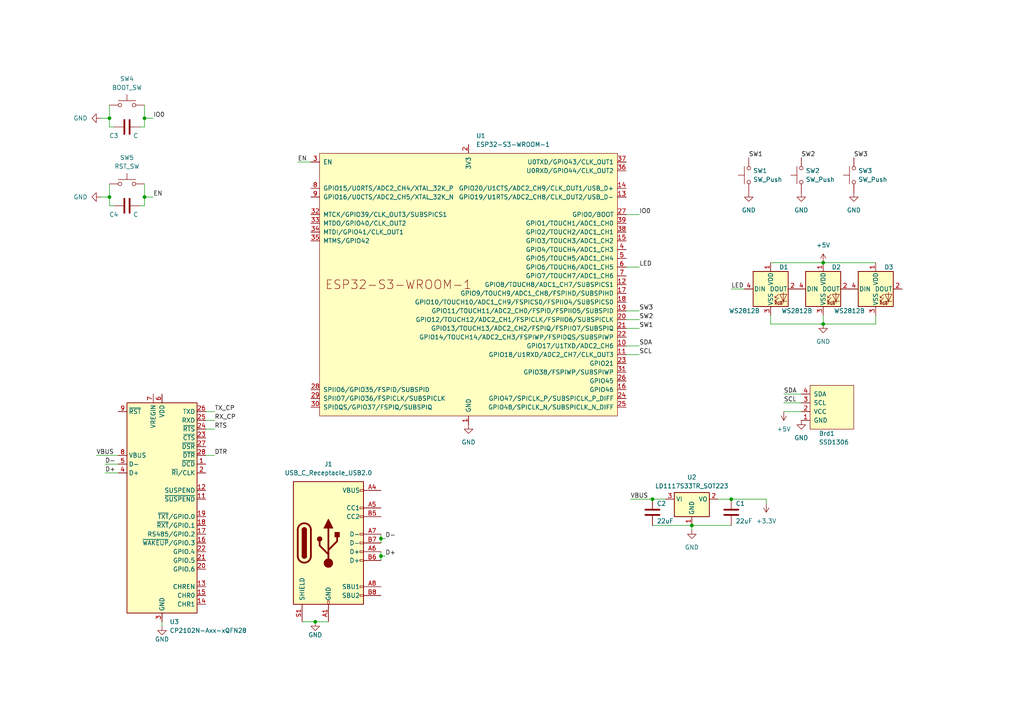
<source format=kicad_sch>
(kicad_sch (version 20230121) (generator eeschema)
  (paper "A4")
  (lib_symbols
    (symbol "Connector:USB_C_Receptacle_USB2.0" (pin_names (offset 1.016))
      (property "Reference" "J" (at -10.16 19.05 0))
      (property "Value" "USB_C_Receptacle_USB2.0" (at 19.05 19.05 0))
      (symbol "USB_C_Receptacle_USB2.0_0_0"
        (rectangle (start -0.254 -17.78) (end 0.254 -16.764))
        (rectangle (start 10.16 -14.986) (end 9.144 -15.494))
        (rectangle (start 10.16 -12.446) (end 9.144 -12.954))
        (rectangle (start 10.16 -4.826) (end 9.144 -5.334))
        (rectangle (start 10.16 -2.286) (end 9.144 -2.794))
        (rectangle (start 10.16 0.254) (end 9.144 -0.254))
        (rectangle (start 10.16 2.794) (end 9.144 2.286))
        (rectangle (start 10.16 7.874) (end 9.144 7.366))
        (rectangle (start 10.16 10.414) (end 9.144 9.906))
        (rectangle (start 10.16 15.494) (end 9.144 14.986))
      )
      (symbol "USB_C_Receptacle_USB2.0_0_1"
        (rectangle (start -10.16 17.78) (end 10.16 -17.78) (stroke (width 0.254)) (fill (type background)))
        (arc (start -8.89 -3.81) (mid -6.985 -5.7067) (end -5.08 -3.81) (stroke (width 0.508)))
        (arc (start -7.62 -3.81) (mid -6.985 -4.4423) (end -6.35 -3.81) (stroke (width 0.254)))
        (arc (start -7.62 -3.81) (mid -6.985 -4.4423) (end -6.35 -3.81) (stroke (width 0.254)) (fill (type outline)))
        (rectangle (start -7.62 -3.81) (end -6.35 3.81) (stroke (width 0.254)) (fill (type outline)))
        (arc (start -6.35 3.81) (mid -6.985 4.4423) (end -7.62 3.81) (stroke (width 0.254)))
        (arc (start -6.35 3.81) (mid -6.985 4.4423) (end -7.62 3.81) (stroke (width 0.254)) (fill (type outline)))
        (arc (start -5.08 3.81) (mid -6.985 5.7067) (end -8.89 3.81) (stroke (width 0.508)))
        (circle (center -2.54 1.143) (radius 0.635) (stroke (width 0.254)) (fill (type outline)))
        (circle (center 0 -5.842) (radius 1.27) (fill (type outline)))
        (polyline (pts (xy -8.89 -3.81) (xy -8.89 3.81)) (stroke (width 0.508)))
        (polyline (pts (xy -5.08 3.81) (xy -5.08 -3.81)) (stroke (width 0.508)))
        (polyline (pts (xy 0 -5.842) (xy 0 4.318)) (stroke (width 0.508)))
        (polyline (pts (xy 0 -3.302) (xy -2.54 -0.762) (xy -2.54 0.508)) (stroke (width 0.508)))
        (polyline (pts (xy 0 -2.032) (xy 2.54 0.508) (xy 2.54 1.778)) (stroke (width 0.508)))
        (polyline (pts (xy -1.27 4.318) (xy 0 6.858) (xy 1.27 4.318) (xy -1.27 4.318)) (stroke (width 0.254)) (fill (type outline)))
        (rectangle (start 1.905 1.778) (end 3.175 3.048) (stroke (width 0.254)) (fill (type outline)))
      )
      (symbol "USB_C_Receptacle_USB2.0_1_1"
        (pin passive line (at 0 -22.86 90) (length 5.08) (name "GND") (number "A1"))
        (pin passive line (at 0 -22.86 90) (length 5.08) hide (name "GND") (number "A12"))
        (pin passive line (at 15.24 15.24 180) (length 5.08) (name "VBUS") (number "A4"))
        (pin bidirectional line (at 15.24 10.16 180) (length 5.08) (name "CC1") (number "A5"))
        (pin bidirectional line (at 15.24 -2.54 180) (length 5.08) (name "D+") (number "A6"))
        (pin bidirectional line (at 15.24 2.54 180) (length 5.08) (name "D-") (number "A7"))
        (pin bidirectional line (at 15.24 -12.7 180) (length 5.08) (name "SBU1") (number "A8"))
        (pin passive line (at 15.24 15.24 180) (length 5.08) hide (name "VBUS") (number "A9"))
        (pin passive line (at 0 -22.86 90) (length 5.08) hide (name "GND") (number "B1"))
        (pin passive line (at 0 -22.86 90) (length 5.08) hide (name "GND") (number "B12"))
        (pin passive line (at 15.24 15.24 180) (length 5.08) hide (name "VBUS") (number "B4"))
        (pin bidirectional line (at 15.24 7.62 180) (length 5.08) (name "CC2") (number "B5"))
        (pin bidirectional line (at 15.24 -5.08 180) (length 5.08) (name "D+") (number "B6"))
        (pin bidirectional line (at 15.24 0 180) (length 5.08) (name "D-") (number "B7"))
        (pin bidirectional line (at 15.24 -15.24 180) (length 5.08) (name "SBU2") (number "B8"))
        (pin passive line (at 15.24 15.24 180) (length 5.08) hide (name "VBUS") (number "B9"))
        (pin passive line (at -7.62 -22.86 90) (length 5.08) (name "SHIELD") (number "S1"))
      )
    )
    (symbol "Device:C" (pin_numbers hide) (pin_names (offset 0.254))
      (property "Reference" "C" (at 0.635 2.54 0))
      (property "Value" "C" (at 0.635 -2.54 0))
      (symbol "C_0_1"
        (polyline (pts (xy -2.032 -0.762) (xy 2.032 -0.762)) (stroke (width 0.508)))
        (polyline (pts (xy -2.032 0.762) (xy 2.032 0.762)) (stroke (width 0.508)))
      )
      (symbol "C_1_1"
        (pin passive line (at 0 3.81 270) (length 2.794) (name "~") (number "1"))
        (pin passive line (at 0 -3.81 90) (length 2.794) (name "~") (number "2"))
      )
    )
    (symbol "Interface_USB:CP2102N-Axx-xQFN28"
      (property "Reference" "U" (at -8.89 31.75 0))
      (property "Value" "CP2102N-Axx-xQFN28" (at 12.7 31.75 0))
      (symbol "CP2102N-Axx-xQFN28_0_1"
        (rectangle (start -10.16 30.48) (end 10.16 -30.48) (stroke (width 0.254)) (fill (type background)))
      )
      (symbol "CP2102N-Axx-xQFN28_1_1"
        (pin input line (at 12.7 12.7 180) (length 2.54) (name "~{DCD}") (number "1"))
        (pin no_connect line (at -10.16 -27.94 0) (length 2.54) hide (name "NC") (number "10"))
        (pin output line (at 12.7 2.54 180) (length 2.54) (name "~{SUSPEND}") (number "11"))
        (pin output line (at 12.7 5.08 180) (length 2.54) (name "SUSPEND") (number "12"))
        (pin output line (at 12.7 -22.86 180) (length 2.54) (name "CHREN") (number "13"))
        (pin output line (at 12.7 -27.94 180) (length 2.54) (name "CHR1") (number "14"))
        (pin output line (at 12.7 -25.4 180) (length 2.54) (name "CHR0") (number "15"))
        (pin bidirectional line (at 12.7 -10.16 180) (length 2.54) (name "~{WAKEUP}/GPIO.3") (number "16"))
        (pin bidirectional line (at 12.7 -7.62 180) (length 2.54) (name "RS485/GPIO.2") (number "17"))
        (pin bidirectional line (at 12.7 -5.08 180) (length 2.54) (name "~{RXT}/GPIO.1") (number "18"))
        (pin bidirectional line (at 12.7 -2.54 180) (length 2.54) (name "~{TXT}/GPIO.0") (number "19"))
        (pin bidirectional line (at 12.7 10.16 180) (length 2.54) (name "~{RI}/CLK") (number "2"))
        (pin bidirectional line (at 12.7 -17.78 180) (length 2.54) (name "GPIO.6") (number "20"))
        (pin bidirectional line (at 12.7 -15.24 180) (length 2.54) (name "GPIO.5") (number "21"))
        (pin bidirectional line (at 12.7 -12.7 180) (length 2.54) (name "GPIO.4") (number "22"))
        (pin input line (at 12.7 20.32 180) (length 2.54) (name "~{CTS}") (number "23"))
        (pin output line (at 12.7 22.86 180) (length 2.54) (name "~{RTS}") (number "24"))
        (pin input line (at 12.7 25.4 180) (length 2.54) (name "RXD") (number "25"))
        (pin output line (at 12.7 27.94 180) (length 2.54) (name "TXD") (number "26"))
        (pin input line (at 12.7 17.78 180) (length 2.54) (name "~{DSR}") (number "27"))
        (pin output line (at 12.7 15.24 180) (length 2.54) (name "~{DTR}") (number "28"))
        (pin passive line (at 0 -33.02 90) (length 2.54) hide (name "GND") (number "29"))
        (pin power_in line (at 0 -33.02 90) (length 2.54) (name "GND") (number "3"))
        (pin bidirectional line (at -12.7 10.16 0) (length 2.54) (name "D+") (number "4"))
        (pin bidirectional line (at -12.7 12.7 0) (length 2.54) (name "D-") (number "5"))
        (pin power_in line (at 0 33.02 270) (length 2.54) (name "VDD") (number "6"))
        (pin power_in line (at -2.54 33.02 270) (length 2.54) (name "VREGIN") (number "7"))
        (pin input line (at -12.7 15.24 0) (length 2.54) (name "VBUS") (number "8"))
        (pin input line (at -12.7 27.94 0) (length 2.54) (name "~{RST}") (number "9"))
      )
    )
    (symbol "LED:WS2812B" (pin_names (offset 0.254))
      (property "Reference" "D" (at 5.08 5.715 0))
      (property "Value" "WS2812B" (at 1.27 -5.715 0))
      (symbol "WS2812B_0_0"
        (text "RGB" (at 2.286 -4.191 0) (effects (font (size 0.762 0.762))))
      )
      (symbol "WS2812B_0_1"
        (polyline (pts (xy 1.27 -3.556) (xy 1.778 -3.556)))
        (polyline (pts (xy 1.27 -2.54) (xy 1.778 -2.54)))
        (polyline (pts (xy 4.699 -3.556) (xy 2.667 -3.556)))
        (polyline (pts (xy 2.286 -2.54) (xy 1.27 -3.556) (xy 1.27 -3.048)))
        (polyline (pts (xy 2.286 -1.524) (xy 1.27 -2.54) (xy 1.27 -2.032)))
        (polyline (pts (xy 3.683 -1.016) (xy 3.683 -3.556) (xy 3.683 -4.064)))
        (polyline (pts (xy 4.699 -1.524) (xy 2.667 -1.524) (xy 3.683 -3.556) (xy 4.699 -1.524)))
        (rectangle (start 5.08 5.08) (end -5.08 -5.08) (stroke (width 0.254)) (fill (type background)))
      )
      (symbol "WS2812B_1_1"
        (pin power_in line (at 0 7.62 270) (length 2.54) (name "VDD") (number "1"))
        (pin output line (at 7.62 0 180) (length 2.54) (name "DOUT") (number "2"))
        (pin power_in line (at 0 -7.62 90) (length 2.54) (name "VSS") (number "3"))
        (pin input line (at -7.62 0 0) (length 2.54) (name "DIN") (number "4"))
      )
    )
    (symbol "PCM_Espressif:ESP32-S3-WROOM-1" (pin_names (offset 1.016))
      (property "Reference" "U" (at -43.18 43.18 0))
      (property "Value" "ESP32-S3-WROOM-1" (at -43.18 40.64 0))
      (symbol "ESP32-S3-WROOM-1_0_0"
        (text "ESP32-S3-WROOM-1" (at -20.32 0 0) (effects (font (size 2.54 2.54))))
        (pin power_in line (at 0 -40.64 90) (length 2.54) (name "GND") (number "1"))
        (pin bidirectional line (at 45.72 -17.78 180) (length 2.54) (name "GPIO17/U1TXD/ADC2_CH6") (number "10"))
        (pin bidirectional line (at 45.72 -20.32 180) (length 2.54) (name "GPIO18/U1RXD/ADC2_CH7/CLK_OUT3") (number "11"))
        (pin bidirectional line (at 45.72 0 180) (length 2.54) (name "GPIO8/TOUCH8/ADC1_CH7/SUBSPICS1") (number "12"))
        (pin bidirectional line (at 45.72 25.4 180) (length 2.54) (name "GPIO19/U1RTS/ADC2_CH8/CLK_OUT2/USB_D-") (number "13"))
        (pin bidirectional line (at 45.72 27.94 180) (length 2.54) (name "GPIO20/U1CTS/ADC2_CH9/CLK_OUT1/USB_D+") (number "14"))
        (pin bidirectional line (at 45.72 12.7 180) (length 2.54) (name "GPIO3/TOUCH3/ADC1_CH2") (number "15"))
        (pin bidirectional line (at 45.72 -30.48 180) (length 2.54) (name "GPIO46") (number "16"))
        (pin bidirectional line (at 45.72 -2.54 180) (length 2.54) (name "GPIO9/TOUCH9/ADC1_CH8/FSPIHD/SUBSPIHD") (number "17"))
        (pin bidirectional line (at 45.72 -5.08 180) (length 2.54) (name "GPIO10/TOUCH10/ADC1_CH9/FSPICS0/FSPIIO4/SUBSPICS0") (number "18"))
        (pin bidirectional line (at 45.72 -7.62 180) (length 2.54) (name "GPIO11/TOUCH11/ADC2_CH0/FSPID/FSPIIO5/SUBSPID") (number "19"))
        (pin power_in line (at 0 40.64 270) (length 2.54) (name "3V3") (number "2"))
        (pin bidirectional line (at 45.72 -10.16 180) (length 2.54) (name "GPIO12/TOUCH12/ADC2_CH1/FSPICLK/FSPIIO6/SUBSPICLK") (number "20"))
        (pin bidirectional line (at 45.72 -12.7 180) (length 2.54) (name "GPIO13/TOUCH13/ADC2_CH2/FSPIQ/FSPIIO7/SUBSPIQ") (number "21"))
        (pin bidirectional line (at 45.72 -15.24 180) (length 2.54) (name "GPIO14/TOUCH14/ADC2_CH3/FSPIWP/FSPIDQS/SUBSPIWP") (number "22"))
        (pin bidirectional line (at 45.72 -22.86 180) (length 2.54) (name "GPIO21") (number "23"))
        (pin bidirectional line (at 45.72 -33.02 180) (length 2.54) (name "GPIO47/SPICLK_P/SUBSPICLK_P_DIFF") (number "24"))
        (pin bidirectional line (at 45.72 -35.56 180) (length 2.54) (name "GPIO48/SPICLK_N/SUBSPICLK_N_DIFF") (number "25"))
        (pin bidirectional line (at 45.72 -27.94 180) (length 2.54) (name "GPIO45") (number "26"))
        (pin bidirectional line (at 45.72 20.32 180) (length 2.54) (name "GPIO0/BOOT") (number "27"))
        (pin bidirectional line (at -45.72 -30.48 0) (length 2.54) (name "SPIIO6/GPIO35/FSPID/SUBSPID") (number "28"))
        (pin bidirectional line (at -45.72 -33.02 0) (length 2.54) (name "SPIIO7/GPIO36/FSPICLK/SUBSPICLK") (number "29"))
        (pin input line (at -45.72 35.56 0) (length 2.54) (name "EN") (number "3"))
        (pin bidirectional line (at -45.72 -35.56 0) (length 2.54) (name "SPIDQS/GPIO37/FSPIQ/SUBSPIQ") (number "30"))
        (pin bidirectional line (at 45.72 -25.4 180) (length 2.54) (name "GPIO38/FSPIWP/SUBSPIWP") (number "31"))
        (pin bidirectional line (at -45.72 20.32 0) (length 2.54) (name "MTCK/GPIO39/CLK_OUT3/SUBSPICS1") (number "32"))
        (pin bidirectional line (at -45.72 17.78 0) (length 2.54) (name "MTDO/GPIO40/CLK_OUT2") (number "33"))
        (pin bidirectional line (at -45.72 15.24 0) (length 2.54) (name "MTDI/GPIO41/CLK_OUT1") (number "34"))
        (pin bidirectional line (at -45.72 12.7 0) (length 2.54) (name "MTMS/GPIO42") (number "35"))
        (pin bidirectional line (at 45.72 33.02 180) (length 2.54) (name "U0RXD/GPIO44/CLK_OUT2") (number "36"))
        (pin bidirectional line (at 45.72 35.56 180) (length 2.54) (name "U0TXD/GPIO43/CLK_OUT1") (number "37"))
        (pin bidirectional line (at 45.72 15.24 180) (length 2.54) (name "GPIO2/TOUCH2/ADC1_CH1") (number "38"))
        (pin bidirectional line (at 45.72 17.78 180) (length 2.54) (name "GPIO1/TOUCH1/ADC1_CH0") (number "39"))
        (pin bidirectional line (at 45.72 10.16 180) (length 2.54) (name "GPIO4/TOUCH4/ADC1_CH3") (number "4"))
        (pin passive line (at 0 -40.64 90) (length 2.54) hide (name "GND") (number "40"))
        (pin passive line (at 0 -40.64 90) (length 2.54) hide (name "GND") (number "41"))
        (pin bidirectional line (at 45.72 7.62 180) (length 2.54) (name "GPIO5/TOUCH5/ADC1_CH4") (number "5"))
        (pin bidirectional line (at 45.72 5.08 180) (length 2.54) (name "GPIO6/TOUCH6/ADC1_CH5") (number "6"))
        (pin bidirectional line (at 45.72 2.54 180) (length 2.54) (name "GPIO7/TOUCH7/ADC1_CH6") (number "7"))
        (pin bidirectional line (at -45.72 27.94 0) (length 2.54) (name "GPIO15/U0RTS/ADC2_CH4/XTAL_32K_P") (number "8"))
        (pin bidirectional line (at -45.72 25.4 0) (length 2.54) (name "GPIO16/U0CTS/ADC2_CH5/XTAL_32K_N") (number "9"))
      )
      (symbol "ESP32-S3-WROOM-1_0_1"
        (rectangle (start -43.18 38.1) (end 43.18 -38.1) (fill (type background)))
      )
    )
    (symbol "Regulator_Linear:LD1117S33TR_SOT223"
      (property "Reference" "U" (at -3.81 3.175 0))
      (property "Value" "LD1117S33TR_SOT223" (at 0 3.175 0))
      (symbol "LD1117S33TR_SOT223_0_1"
        (rectangle (start -5.08 -5.08) (end 5.08 1.905) (stroke (width 0.254)) (fill (type background)))
      )
      (symbol "LD1117S33TR_SOT223_1_1"
        (pin power_in line (at 0 -7.62 90) (length 2.54) (name "GND") (number "1"))
        (pin power_out line (at 7.62 0 180) (length 2.54) (name "VO") (number "2"))
        (pin power_in line (at -7.62 0 0) (length 2.54) (name "VI") (number "3"))
      )
    )
    (symbol "SSD1306-128x64_OLED:SSD1306" (pin_names (offset 1.016))
      (property "Reference" "Brd" (at 0 -3.81 0))
      (property "Value" "SSD1306" (at 0 -1.27 0))
      (symbol "SSD1306_0_1"
        (rectangle (start -6.35 6.35) (end 6.35 -6.35) (fill (type background)))
      )
      (symbol "SSD1306_1_1"
        (pin input line (at -3.81 8.89 270) (length 2.54) (name "GND") (number "1"))
        (pin input line (at -1.27 8.89 270) (length 2.54) (name "VCC") (number "2"))
        (pin input line (at 1.27 8.89 270) (length 2.54) (name "SCL") (number "3"))
        (pin input line (at 3.81 8.89 270) (length 2.54) (name "SDA") (number "4"))
      )
    )
    (symbol "Switch:SW_Push" (pin_numbers hide) (pin_names (offset 1.016) hide)
      (property "Reference" "SW" (at 1.27 2.54 0))
      (property "Value" "SW_Push" (at 0 -1.524 0))
      (symbol "SW_Push_0_1"
        (circle (center -2.032 0) (radius 0.508))
        (polyline (pts (xy 0 1.27) (xy 0 3.048)))
        (polyline (pts (xy 2.54 1.27) (xy -2.54 1.27)))
        (circle (center 2.032 0) (radius 0.508))
        (pin passive line (at -5.08 0 0) (length 2.54) (name "1") (number "1"))
        (pin passive line (at 5.08 0 180) (length 2.54) (name "2") (number "2"))
      )
    )
    (symbol "power:+3.3V" (power) (pin_names (offset 0))
      (property "Value" "+3.3V" (at 0 3.556 0))
      (symbol "+3.3V_0_1"
        (polyline (pts (xy -0.762 1.27) (xy 0 2.54)))
        (polyline (pts (xy 0 0) (xy 0 2.54)))
        (polyline (pts (xy 0 2.54) (xy 0.762 1.27)))
      )
      (symbol "+3.3V_1_1"
        (pin power_in line (at 0 0 90) (length 0) hide (name "+3.3V") (number "1"))
      )
    )
    (symbol "power:+5V" (power) (pin_names (offset 0))
      (property "Value" "+5V" (at 0 3.556 0))
      (symbol "+5V_0_1"
        (polyline (pts (xy -0.762 1.27) (xy 0 2.54)))
        (polyline (pts (xy 0 0) (xy 0 2.54)))
        (polyline (pts (xy 0 2.54) (xy 0.762 1.27)))
      )
      (symbol "+5V_1_1"
        (pin power_in line (at 0 0 90) (length 0) hide (name "+5V") (number "1"))
      )
    )
    (symbol "power:GND" (power) (pin_names (offset 0))
      (property "Value" "GND" (at 0 -3.81 0))
      (symbol "GND_0_1"
        (polyline (pts (xy 0 0) (xy 0 -1.27) (xy 1.27 -1.27) (xy 0 -2.54) (xy -1.27 -1.27) (xy 0 -1.27)))
      )
      (symbol "GND_1_1"
        (pin power_in line (at 0 0 270) (length 0) hide (name "GND") (number "1"))
      )
    )
  )
  (junction (at 238.76 93.98))
  (junction (at 31.75 57.15))
  (junction (at 200.66 152.4))
  (junction (at 110.49 161.29))
  (junction (at 212.09 144.78))
  (junction (at 91.44 180.34))
  (junction (at 31.75 34.29))
  (junction (at 41.91 34.29))
  (junction (at 41.91 57.15))
  (junction (at 110.49 156.21))
  (junction (at 238.76 76.2))
  (junction (at 189.23 144.78))
  (wire (pts (xy 30.48 134.62) (xy 34.29 134.62)))
  (wire (pts (xy 189.23 144.78) (xy 193.04 144.78)))
  (wire (pts (xy 238.76 76.2) (xy 254 76.2)))
  (wire (pts (xy 31.75 30.48) (xy 31.75 34.29)))
  (wire (pts (xy 31.75 59.69) (xy 33.02 59.69)))
  (wire (pts (xy 223.52 93.98) (xy 223.52 91.44)))
  (wire (pts (xy 189.23 152.4) (xy 200.66 152.4)))
  (wire (pts (xy 254 93.98) (xy 254 91.44)))
  (wire (pts (xy 110.49 154.94) (xy 110.49 156.21)))
  (wire (pts (xy 46.99 180.34) (xy 46.99 181.61)))
  (wire (pts (xy 223.52 93.98) (xy 238.76 93.98)))
  (wire (pts (xy 200.66 152.4) (xy 200.66 153.67)))
  (wire (pts (xy 110.49 156.21) (xy 110.49 157.48)))
  (wire (pts (xy 31.75 36.83) (xy 33.02 36.83)))
  (wire (pts (xy 212.09 144.78) (xy 222.25 144.78)))
  (wire (pts (xy 181.61 92.71) (xy 185.42 92.71)))
  (wire (pts (xy 86.36 46.99) (xy 90.17 46.99)))
  (wire (pts (xy 27.94 132.08) (xy 34.29 132.08)))
  (wire (pts (xy 41.91 34.29) (xy 41.91 36.83)))
  (wire (pts (xy 41.91 30.48) (xy 41.91 34.29)))
  (wire (pts (xy 110.49 161.29) (xy 111.76 161.29)))
  (wire (pts (xy 222.25 144.78) (xy 222.25 146.05)))
  (wire (pts (xy 227.33 119.38) (xy 232.41 119.38)))
  (wire (pts (xy 208.28 144.78) (xy 212.09 144.78)))
  (wire (pts (xy 110.49 156.21) (xy 111.76 156.21)))
  (wire (pts (xy 29.21 57.15) (xy 31.75 57.15)))
  (wire (pts (xy 200.66 152.4) (xy 212.09 152.4)))
  (wire (pts (xy 181.61 102.87) (xy 185.42 102.87)))
  (wire (pts (xy 41.91 34.29) (xy 44.45 34.29)))
  (wire (pts (xy 181.61 77.47) (xy 185.42 77.47)))
  (wire (pts (xy 182.88 144.78) (xy 189.23 144.78)))
  (wire (pts (xy 227.33 116.84) (xy 232.41 116.84)))
  (wire (pts (xy 238.76 93.98) (xy 238.76 91.44)))
  (wire (pts (xy 59.69 124.46) (xy 62.23 124.46)))
  (wire (pts (xy 87.63 180.34) (xy 91.44 180.34)))
  (wire (pts (xy 181.61 100.33) (xy 185.42 100.33)))
  (wire (pts (xy 181.61 95.25) (xy 185.42 95.25)))
  (wire (pts (xy 227.33 114.3) (xy 232.41 114.3)))
  (wire (pts (xy 41.91 53.34) (xy 41.91 57.15)))
  (wire (pts (xy 223.52 76.2) (xy 238.76 76.2)))
  (wire (pts (xy 31.75 53.34) (xy 31.75 57.15)))
  (wire (pts (xy 59.69 121.92) (xy 62.23 121.92)))
  (wire (pts (xy 181.61 62.23) (xy 185.42 62.23)))
  (wire (pts (xy 212.09 83.82) (xy 215.9 83.82)))
  (wire (pts (xy 238.76 93.98) (xy 254 93.98)))
  (wire (pts (xy 41.91 59.69) (xy 40.64 59.69)))
  (wire (pts (xy 29.21 34.29) (xy 31.75 34.29)))
  (wire (pts (xy 59.69 119.38) (xy 62.23 119.38)))
  (wire (pts (xy 30.48 137.16) (xy 34.29 137.16)))
  (wire (pts (xy 181.61 90.17) (xy 185.42 90.17)))
  (wire (pts (xy 41.91 36.83) (xy 40.64 36.83)))
  (wire (pts (xy 31.75 34.29) (xy 31.75 36.83)))
  (wire (pts (xy 41.91 57.15) (xy 44.45 57.15)))
  (wire (pts (xy 31.75 57.15) (xy 31.75 59.69)))
  (wire (pts (xy 110.49 161.29) (xy 110.49 162.56)))
  (wire (pts (xy 91.44 180.34) (xy 95.25 180.34)))
  (wire (pts (xy 41.91 57.15) (xy 41.91 59.69)))
  (wire (pts (xy 110.49 160.02) (xy 110.49 161.29)))
  (wire (pts (xy 59.69 132.08) (xy 62.23 132.08)))
  (label "SCL" (at 227.33 116.84 0))
  (label "SW2" (at 185.42 92.71 0))
  (label "RX_CP" (at 62.23 121.92 0))
  (label "EN" (at 86.36 46.99 0))
  (label "RTS" (at 62.23 124.46 0))
  (label "D+" (at 111.76 161.29 0))
  (label "SW2" (at 232.41 45.72 0))
  (label "VBUS" (at 27.94 132.08 0))
  (label "SW1" (at 217.17 45.72 0))
  (label "D-" (at 111.76 156.21 0))
  (label "SDA" (at 185.42 100.33 0))
  (label "SCL" (at 185.42 102.87 0))
  (label "IO0" (at 185.42 62.23 0))
  (label "DTR" (at 62.23 132.08 0))
  (label "EN" (at 44.45 57.15 0))
  (label "LED" (at 212.09 83.82 0))
  (label "IO0" (at 44.45 34.29 0))
  (label "SDA" (at 227.33 114.3 0))
  (label "D+" (at 30.48 137.16 0))
  (label "LED" (at 185.42 77.47 0))
  (label "TX_CP" (at 62.23 119.38 0))
  (label "SW3" (at 247.65 45.72 0))
  (label "VBUS" (at 182.88 144.78 0))
  (label "SW1" (at 185.42 95.25 0))
  (label "SW3" (at 185.42 90.17 0))
  (label "D-" (at 30.48 134.62 0))
  (symbol (lib_id "power:GND") (at 232.41 121.92 0) (unit 1)
    (property "Reference" "#PWR06" (effects hide))
    (property "Value" "GND" (at 232.41 127 0))
  )
  (symbol (lib_id "LED:WS2812B") (at 254 83.82 0) (unit 1)
    (property "Reference" "D3" (at 257.81 77.47 0))
    (property "Value" "WS2812B" (at 246.38 90.17 0))
    (property "Footprint" "LED_SMD:LED_WS2812B_PLCC4_5.0x5.0mm_P3.2mm" (effects hide))
    (property "Datasheet" "https://cdn-shop.adafruit.com/datasheets/WS2812B.pdf" (effects hide))
    (property "MPN" "C2843785" (effects hide))
    (property "Package" "SMD5050" (effects hide))
  )
  (symbol (lib_id "Switch:SW_Push") (at 36.83 30.48 0) (unit 1)
    (property "Reference" "SW4" (at 36.83 22.86 0))
    (property "Value" "BOOT_SW" (at 36.83 25.4 0))
  )
  (symbol (lib_id "power:GND") (at 91.44 180.34 0) (unit 1)
    (property "Reference" "#PWR09" (effects hide))
    (property "Value" "GND" (at 91.44 184.15 0))
  )
  (symbol (lib_id "Switch:SW_Push") (at 36.83 53.34 0) (unit 1)
    (property "Reference" "SW5" (at 36.83 45.72 0))
    (property "Value" "RST_SW" (at 36.83 48.26 0))
  )
  (symbol (lib_id "power:GND") (at 46.99 181.61 0) (unit 1)
    (property "Reference" "#PWR012" (effects hide))
    (property "Value" "GND" (at 46.99 185.42 0))
  )
  (symbol (lib_id "power:+3.3V") (at 222.25 146.05 180) (unit 1)
    (property "Reference" "#PWR011" (effects hide))
    (property "Value" "+3.3V" (at 222.25 151.13 0))
  )
  (symbol (lib_id "power:GND") (at 247.65 55.88 0) (unit 1)
    (property "Reference" "#PWR03" (effects hide))
    (property "Value" "GND" (at 247.65 60.96 0))
  )
  (symbol (lib_id "LED:WS2812B") (at 223.52 83.82 0) (unit 1)
    (property "Reference" "D1" (at 227.33 77.47 0))
    (property "Value" "WS2812B" (at 215.9 90.17 0))
    (property "Footprint" "LED_SMD:LED_WS2812B_PLCC4_5.0x5.0mm_P3.2mm" (effects hide))
    (property "Datasheet" "https://cdn-shop.adafruit.com/datasheets/WS2812B.pdf" (effects hide))
    (property "MPN" "C2843785" (effects hide))
    (property "Package" "SMD5050" (effects hide))
  )
  (symbol (lib_id "LED:WS2812B") (at 238.76 83.82 0) (unit 1)
    (property "Reference" "D2" (at 242.57 77.47 0))
    (property "Value" "WS2812B" (at 231.14 90.17 0))
    (property "Footprint" "LED_SMD:LED_WS2812B_PLCC4_5.0x5.0mm_P3.2mm" (effects hide))
    (property "Datasheet" "https://cdn-shop.adafruit.com/datasheets/WS2812B.pdf" (effects hide))
    (property "MPN" "C2843785" (effects hide))
    (property "Package" "SMD5050" (effects hide))
  )
  (symbol (lib_id "power:GND") (at 29.21 57.15 270) (unit 1)
    (property "Reference" "#PWR014" (effects hide))
    (property "Value" "GND" (at 25.4 57.15 90) (effects (justify right)))
  )
  (symbol (lib_id "Device:C") (at 189.23 148.59 0) (unit 1)
    (property "Reference" "C2" (at 190.5 146.05 0) (effects (justify left)))
    (property "Value" "22uF" (at 190.5 151.13 0) (effects (justify left)))
  )
  (symbol (lib_id "Connector:USB_C_Receptacle_USB2.0") (at 95.25 157.48 0) (unit 1)
    (property "Reference" "J1" (at 95.25 134.62 0))
    (property "Value" "USB_C_Receptacle_USB2.0" (at 95.25 137.16 0))
    (property "Footprint" "Connector_USB:USB_C_Receptacle_HRO_TYPE-C-31-M-12" (effects hide))
    (property "Datasheet" "https://www.usb.org/sites/default/files/documents/usb_type-c.zip" (effects hide))
    (property "MPN" "C165948" (effects hide))
  )
  (symbol (lib_id "Device:C") (at 36.83 36.83 90) (unit 1)
    (property "Reference" "C3" (at 33.02 39.37 90))
    (property "Value" "C" (at 39.37 39.37 90))
  )
  (symbol (lib_id "Switch:SW_Push") (at 232.41 50.8 90) (unit 1)
    (property "Reference" "SW2" (at 233.68 49.53 90) (effects (justify right)))
    (property "Value" "SW_Push" (at 233.68 52.07 90) (effects (justify right)))
    (property "Footprint" "Button_Switch_THT:SW_PUSH_6mm" (effects hide))
    (property "MPN" "C410366" (effects hide))
  )
  (symbol (lib_id "Switch:SW_Push") (at 217.17 50.8 90) (unit 1)
    (property "Reference" "SW1" (at 218.44 49.53 90) (effects (justify right)))
    (property "Value" "SW_Push" (at 218.44 52.07 90) (effects (justify right)))
    (property "Footprint" "Button_Switch_THT:SW_PUSH_6mm" (effects hide))
    (property "MPN" "C410366" (effects hide))
  )
  (symbol (lib_id "Switch:SW_Push") (at 247.65 50.8 90) (unit 1)
    (property "Reference" "SW3" (at 248.92 49.53 90) (effects (justify right)))
    (property "Value" "SW_Push" (at 248.92 52.07 90) (effects (justify right)))
    (property "Footprint" "Button_Switch_THT:SW_PUSH_6mm" (effects hide))
    (property "MPN" "C410366" (effects hide))
  )
  (symbol (lib_id "power:+5V") (at 227.33 119.38 180) (unit 1)
    (property "Reference" "#PWR07" (effects hide))
    (property "Value" "+5V" (at 227.33 124.46 0))
  )
  (symbol (lib_id "SSD1306-128x64_OLED:SSD1306") (at 241.3 118.11 90) (unit 1)
    (property "Reference" "Brd1" (at 237.49 125.73 90) (effects (justify right)))
    (property "Value" "SSD1306" (at 237.49 128.27 90) (effects (justify right)))
    (property "Footprint" "SSD1306:128x64OLED_No_Holes" (effects hide))
  )
  (symbol (lib_id "Interface_USB:CP2102N-Axx-xQFN28") (at 46.99 147.32 0) (unit 1)
    (property "Reference" "U3" (at 49.1841 180.34 0) (effects (justify left)))
    (property "Value" "CP2102N-Axx-xQFN28" (at 49.1841 182.88 0) (effects (justify left)))
    (property "Footprint" "Package_DFN_QFN:QFN-28-1EP_5x5mm_P0.5mm_EP3.35x3.35mm" (effects hide))
    (property "Datasheet" "https://www.silabs.com/documents/public/data-sheets/cp2102n-datasheet.pdf" (effects hide))
    (property "MPN" "C964632" (effects hide))
  )
  (symbol (lib_id "Device:C") (at 36.83 59.69 90) (unit 1)
    (property "Reference" "C4" (at 33.02 62.23 90))
    (property "Value" "C" (at 39.37 62.23 90))
  )
  (symbol (lib_id "power:GND") (at 217.17 55.88 0) (unit 1)
    (property "Reference" "#PWR01" (effects hide))
    (property "Value" "GND" (at 217.17 60.96 0))
  )
  (symbol (lib_id "PCM_Espressif:ESP32-S3-WROOM-1") (at 135.89 82.55 0) (unit 1)
    (property "Reference" "U1" (at 138.0841 39.37 0) (effects (justify left)))
    (property "Value" "ESP32-S3-WROOM-1" (at 138.0841 41.91 0) (effects (justify left)))
    (property "Footprint" "PCM_Espressif:ESP32-S3-WROOM-1" (effects hide))
    (property "Datasheet" "https://www.espressif.com/sites/default/files/documentation/esp32-s3-wroom-1_wroom-1u_datasheet_en.pdf" (effects hide))
    (property "MPN" "C2913202" (effects hide))
  )
  (symbol (lib_id "power:GND") (at 200.66 153.67 0) (unit 1)
    (property "Reference" "#PWR010" (effects hide))
    (property "Value" "GND" (at 200.66 158.75 0))
  )
  (symbol (lib_id "Device:C") (at 212.09 148.59 0) (unit 1)
    (property "Reference" "C1" (at 213.36 146.05 0) (effects (justify left)))
    (property "Value" "22uF" (at 213.36 151.13 0) (effects (justify left)))
  )
  (symbol (lib_id "Regulator_Linear:LD1117S33TR_SOT223") (at 200.66 144.78 0) (unit 1)
    (property "Reference" "U2" (at 200.66 138.43 0))
    (property "Value" "LD1117S33TR_SOT223" (at 200.66 140.97 0))
    (property "Footprint" "Package_TO_SOT_SMD:SOT-223-3_TabPin2" (effects hide))
    (property "Datasheet" "http://www.st.com/st-web-ui/static/active/en/resource/technical/document/datasheet/CD00000544.pdf" (effects hide))
    (property "MPN" "C35879" (effects hide))
  )
  (symbol (lib_id "power:GND") (at 135.89 123.19 0) (unit 1)
    (property "Reference" "#PWR08" (effects hide))
    (property "Value" "GND" (at 135.89 128.27 0))
  )
  (symbol (lib_id "power:GND") (at 29.21 34.29 270) (unit 1)
    (property "Reference" "#PWR013" (effects hide))
    (property "Value" "GND" (at 25.4 34.29 90) (effects (justify right)))
  )
  (symbol (lib_id "power:GND") (at 232.41 55.88 0) (unit 1)
    (property "Reference" "#PWR02" (effects hide))
    (property "Value" "GND" (at 232.41 60.96 0))
  )
  (symbol (lib_id "power:GND") (at 238.76 93.98 0) (unit 1)
    (property "Reference" "#PWR04" (effects hide))
    (property "Value" "GND" (at 238.76 99.06 0))
  )
  (symbol (lib_id "power:+5V") (at 238.76 76.2 0) (unit 1)
    (property "Reference" "#PWR05" (effects hide))
    (property "Value" "+5V" (at 238.76 71.12 0))
  )
)
</source>
